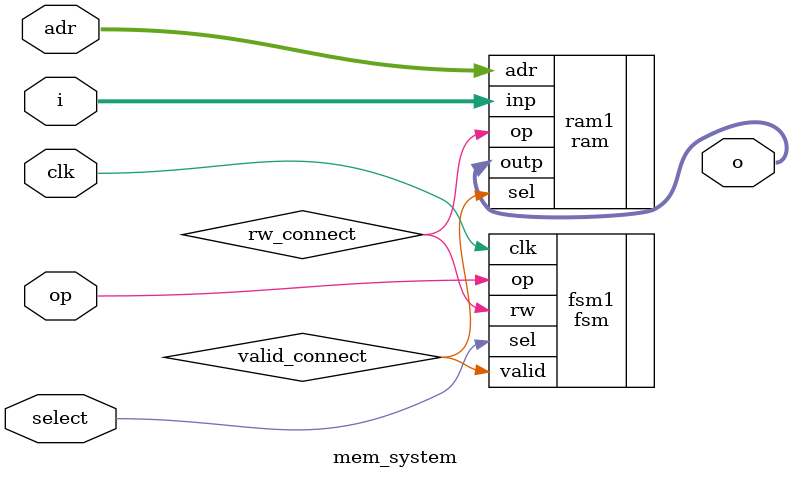
<source format=v>
`include "ram.v"
`include "FSM.v"

module mem_system
    (
        input clk,
        input [7:0] i,
        input [2:0] adr,
        input op, select,
        output [7:0] o
    );

    wire valid_connect;
    wire rw_connect;

    fsm fsm1 (
        .op(op),
        .sel(select),
        .clk(clk),
        .valid(valid_connect),
        .rw(rw_connect)
    );

    ram ram1 (
        .inp(i),
        .adr(adr),
        .op(rw_connect),
        .sel(valid_connect),
        .outp(o)
    );
endmodule
</source>
